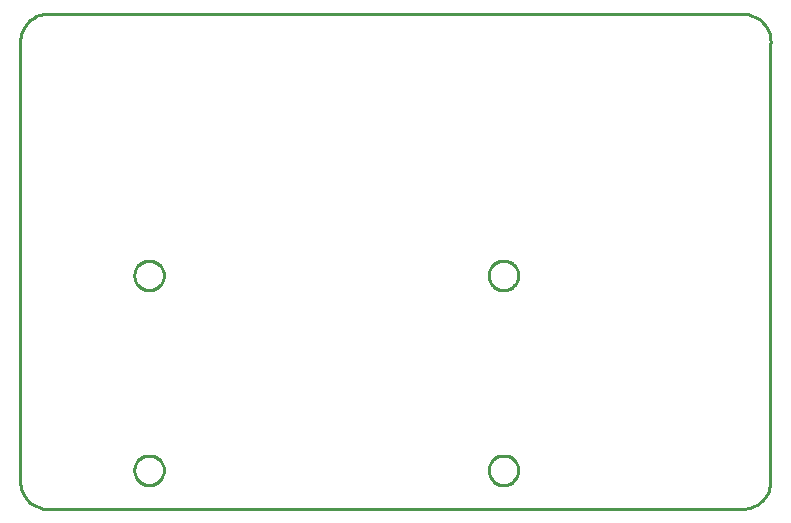
<source format=gbr>
G04 EAGLE Gerber RS-274X export*
G75*
%MOMM*%
%FSLAX34Y34*%
%LPD*%
%IN*%
%IPPOS*%
%AMOC8*
5,1,8,0,0,1.08239X$1,22.5*%
G01*
%ADD10C,0.254000*%


D10*
X0Y25400D02*
X-89Y23357D01*
X0Y21313D01*
X267Y19285D01*
X710Y17288D01*
X1325Y15338D01*
X2107Y13448D01*
X3052Y11634D01*
X4151Y9909D01*
X5396Y8286D01*
X6778Y6778D01*
X8286Y5396D01*
X9909Y4151D01*
X11634Y3052D01*
X13448Y2107D01*
X15338Y1325D01*
X17288Y710D01*
X19285Y267D01*
X21313Y0D01*
X23357Y-89D01*
X25400Y0D01*
X609600Y0D01*
X609600Y200D01*
X611627Y111D01*
X613655Y200D01*
X615667Y465D01*
X617648Y904D01*
X619583Y1514D01*
X621458Y2291D01*
X623258Y3228D01*
X624969Y4318D01*
X626579Y5554D01*
X628075Y6925D01*
X629446Y8421D01*
X630682Y10031D01*
X631772Y11742D01*
X632709Y13542D01*
X633486Y15417D01*
X634096Y17352D01*
X634535Y19333D01*
X634800Y21345D01*
X634889Y23373D01*
X634800Y25400D01*
X635000Y393700D01*
X635089Y395727D01*
X635000Y397755D01*
X634735Y399767D01*
X634296Y401748D01*
X633686Y403683D01*
X632909Y405558D01*
X631972Y407358D01*
X630882Y409069D01*
X629646Y410679D01*
X628275Y412175D01*
X626779Y413546D01*
X625169Y414782D01*
X623458Y415872D01*
X621658Y416809D01*
X619783Y417586D01*
X617848Y418196D01*
X615867Y418635D01*
X613855Y418900D01*
X611827Y418989D01*
X609800Y418900D01*
X600200Y418900D01*
X25400Y419100D01*
X23357Y419189D01*
X21313Y419100D01*
X19285Y418833D01*
X17288Y418390D01*
X15338Y417775D01*
X13448Y416993D01*
X11634Y416048D01*
X9909Y414949D01*
X8286Y413704D01*
X6778Y412322D01*
X5396Y410814D01*
X4151Y409191D01*
X3052Y407466D01*
X2107Y405652D01*
X1325Y403762D01*
X710Y401812D01*
X267Y399815D01*
X0Y397787D01*
X-89Y395743D01*
X0Y393700D01*
X0Y25400D01*
X121400Y32209D02*
X121323Y31230D01*
X121169Y30260D01*
X120940Y29304D01*
X120636Y28370D01*
X120261Y27463D01*
X119815Y26588D01*
X119301Y25750D01*
X118724Y24955D01*
X118086Y24208D01*
X117392Y23514D01*
X116645Y22876D01*
X115850Y22299D01*
X115012Y21785D01*
X114137Y21339D01*
X113230Y20964D01*
X112296Y20660D01*
X111341Y20431D01*
X110370Y20277D01*
X109391Y20200D01*
X108409Y20200D01*
X107430Y20277D01*
X106460Y20431D01*
X105504Y20660D01*
X104570Y20964D01*
X103663Y21339D01*
X102788Y21785D01*
X101950Y22299D01*
X101155Y22876D01*
X100408Y23514D01*
X99714Y24208D01*
X99076Y24955D01*
X98499Y25750D01*
X97985Y26588D01*
X97539Y27463D01*
X97164Y28370D01*
X96860Y29304D01*
X96631Y30260D01*
X96477Y31230D01*
X96400Y32209D01*
X96400Y33191D01*
X96477Y34170D01*
X96631Y35141D01*
X96860Y36096D01*
X97164Y37030D01*
X97539Y37937D01*
X97985Y38812D01*
X98499Y39650D01*
X99076Y40445D01*
X99714Y41192D01*
X100408Y41886D01*
X101155Y42524D01*
X101950Y43101D01*
X102788Y43615D01*
X103663Y44061D01*
X104570Y44436D01*
X105504Y44740D01*
X106460Y44969D01*
X107430Y45123D01*
X108409Y45200D01*
X109391Y45200D01*
X110370Y45123D01*
X111341Y44969D01*
X112296Y44740D01*
X113230Y44436D01*
X114137Y44061D01*
X115012Y43615D01*
X115850Y43101D01*
X116645Y42524D01*
X117392Y41886D01*
X118086Y41192D01*
X118724Y40445D01*
X119301Y39650D01*
X119815Y38812D01*
X120261Y37937D01*
X120636Y37030D01*
X120940Y36096D01*
X121169Y35141D01*
X121323Y34170D01*
X121400Y33191D01*
X121400Y32209D01*
X121400Y197209D02*
X121323Y196230D01*
X121169Y195260D01*
X120940Y194304D01*
X120636Y193370D01*
X120261Y192463D01*
X119815Y191588D01*
X119301Y190750D01*
X118724Y189955D01*
X118086Y189208D01*
X117392Y188514D01*
X116645Y187876D01*
X115850Y187299D01*
X115012Y186785D01*
X114137Y186339D01*
X113230Y185964D01*
X112296Y185660D01*
X111341Y185431D01*
X110370Y185277D01*
X109391Y185200D01*
X108409Y185200D01*
X107430Y185277D01*
X106460Y185431D01*
X105504Y185660D01*
X104570Y185964D01*
X103663Y186339D01*
X102788Y186785D01*
X101950Y187299D01*
X101155Y187876D01*
X100408Y188514D01*
X99714Y189208D01*
X99076Y189955D01*
X98499Y190750D01*
X97985Y191588D01*
X97539Y192463D01*
X97164Y193370D01*
X96860Y194304D01*
X96631Y195260D01*
X96477Y196230D01*
X96400Y197209D01*
X96400Y198191D01*
X96477Y199170D01*
X96631Y200141D01*
X96860Y201096D01*
X97164Y202030D01*
X97539Y202937D01*
X97985Y203812D01*
X98499Y204650D01*
X99076Y205445D01*
X99714Y206192D01*
X100408Y206886D01*
X101155Y207524D01*
X101950Y208101D01*
X102788Y208615D01*
X103663Y209061D01*
X104570Y209436D01*
X105504Y209740D01*
X106460Y209969D01*
X107430Y210123D01*
X108409Y210200D01*
X109391Y210200D01*
X110370Y210123D01*
X111341Y209969D01*
X112296Y209740D01*
X113230Y209436D01*
X114137Y209061D01*
X115012Y208615D01*
X115850Y208101D01*
X116645Y207524D01*
X117392Y206886D01*
X118086Y206192D01*
X118724Y205445D01*
X119301Y204650D01*
X119815Y203812D01*
X120261Y202937D01*
X120636Y202030D01*
X120940Y201096D01*
X121169Y200141D01*
X121323Y199170D01*
X121400Y198191D01*
X121400Y197209D01*
X421400Y197209D02*
X421323Y196230D01*
X421169Y195260D01*
X420940Y194304D01*
X420636Y193370D01*
X420261Y192463D01*
X419815Y191588D01*
X419301Y190750D01*
X418724Y189955D01*
X418086Y189208D01*
X417392Y188514D01*
X416645Y187876D01*
X415850Y187299D01*
X415012Y186785D01*
X414137Y186339D01*
X413230Y185964D01*
X412296Y185660D01*
X411341Y185431D01*
X410370Y185277D01*
X409391Y185200D01*
X408409Y185200D01*
X407430Y185277D01*
X406460Y185431D01*
X405504Y185660D01*
X404570Y185964D01*
X403663Y186339D01*
X402788Y186785D01*
X401950Y187299D01*
X401155Y187876D01*
X400408Y188514D01*
X399714Y189208D01*
X399076Y189955D01*
X398499Y190750D01*
X397985Y191588D01*
X397539Y192463D01*
X397164Y193370D01*
X396860Y194304D01*
X396631Y195260D01*
X396477Y196230D01*
X396400Y197209D01*
X396400Y198191D01*
X396477Y199170D01*
X396631Y200141D01*
X396860Y201096D01*
X397164Y202030D01*
X397539Y202937D01*
X397985Y203812D01*
X398499Y204650D01*
X399076Y205445D01*
X399714Y206192D01*
X400408Y206886D01*
X401155Y207524D01*
X401950Y208101D01*
X402788Y208615D01*
X403663Y209061D01*
X404570Y209436D01*
X405504Y209740D01*
X406460Y209969D01*
X407430Y210123D01*
X408409Y210200D01*
X409391Y210200D01*
X410370Y210123D01*
X411341Y209969D01*
X412296Y209740D01*
X413230Y209436D01*
X414137Y209061D01*
X415012Y208615D01*
X415850Y208101D01*
X416645Y207524D01*
X417392Y206886D01*
X418086Y206192D01*
X418724Y205445D01*
X419301Y204650D01*
X419815Y203812D01*
X420261Y202937D01*
X420636Y202030D01*
X420940Y201096D01*
X421169Y200141D01*
X421323Y199170D01*
X421400Y198191D01*
X421400Y197209D01*
X421400Y32209D02*
X421323Y31230D01*
X421169Y30260D01*
X420940Y29304D01*
X420636Y28370D01*
X420261Y27463D01*
X419815Y26588D01*
X419301Y25750D01*
X418724Y24955D01*
X418086Y24208D01*
X417392Y23514D01*
X416645Y22876D01*
X415850Y22299D01*
X415012Y21785D01*
X414137Y21339D01*
X413230Y20964D01*
X412296Y20660D01*
X411341Y20431D01*
X410370Y20277D01*
X409391Y20200D01*
X408409Y20200D01*
X407430Y20277D01*
X406460Y20431D01*
X405504Y20660D01*
X404570Y20964D01*
X403663Y21339D01*
X402788Y21785D01*
X401950Y22299D01*
X401155Y22876D01*
X400408Y23514D01*
X399714Y24208D01*
X399076Y24955D01*
X398499Y25750D01*
X397985Y26588D01*
X397539Y27463D01*
X397164Y28370D01*
X396860Y29304D01*
X396631Y30260D01*
X396477Y31230D01*
X396400Y32209D01*
X396400Y33191D01*
X396477Y34170D01*
X396631Y35141D01*
X396860Y36096D01*
X397164Y37030D01*
X397539Y37937D01*
X397985Y38812D01*
X398499Y39650D01*
X399076Y40445D01*
X399714Y41192D01*
X400408Y41886D01*
X401155Y42524D01*
X401950Y43101D01*
X402788Y43615D01*
X403663Y44061D01*
X404570Y44436D01*
X405504Y44740D01*
X406460Y44969D01*
X407430Y45123D01*
X408409Y45200D01*
X409391Y45200D01*
X410370Y45123D01*
X411341Y44969D01*
X412296Y44740D01*
X413230Y44436D01*
X414137Y44061D01*
X415012Y43615D01*
X415850Y43101D01*
X416645Y42524D01*
X417392Y41886D01*
X418086Y41192D01*
X418724Y40445D01*
X419301Y39650D01*
X419815Y38812D01*
X420261Y37937D01*
X420636Y37030D01*
X420940Y36096D01*
X421169Y35141D01*
X421323Y34170D01*
X421400Y33191D01*
X421400Y32209D01*
M02*

</source>
